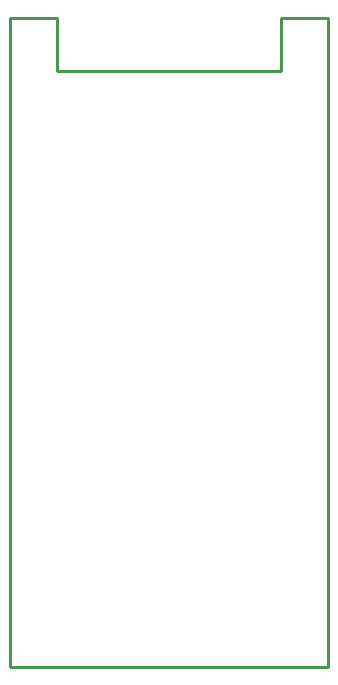
<source format=gko>
G04 Layer: BoardOutlineLayer*
G04 EasyEDA v6.5.29, 2023-07-08 22:53:17*
G04 f4c6c8685b5442dcac5e84d632293f1e,52c161dc85b4440087471843f8ea1cfe,10*
G04 Gerber Generator version 0.2*
G04 Scale: 100 percent, Rotated: No, Reflected: No *
G04 Dimensions in millimeters *
G04 leading zeros omitted , absolute positions ,4 integer and 5 decimal *
%FSLAX45Y45*%
%MOMM*%

%ADD10C,0.2540*%
D10*
X8100059Y13999971D02*
G01*
X8500109Y13999971D01*
X8500109Y13549884D01*
X10400029Y13549884D01*
X10400029Y13999971D01*
X10800079Y13999971D01*
X10800079Y8500110D01*
X8100059Y8500110D01*
X8100059Y13999971D01*

%LPD*%
M02*

</source>
